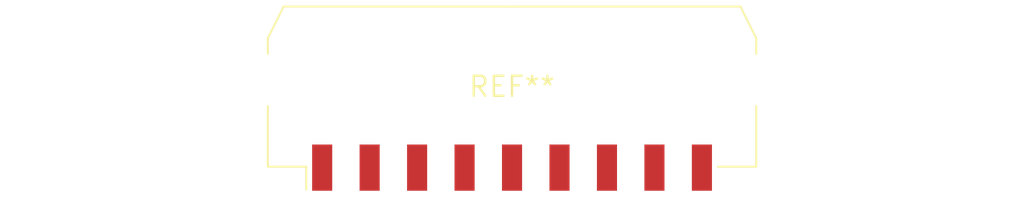
<source format=kicad_pcb>
(kicad_pcb (version 20240108) (generator pcbnew)
  (layers (0 "F.Cu" signal) (31 "B.Cu" signal) (34 "B.Paste" user) (35 "F.Paste" user) (36 "B.SilkS" user "B.Silkscreen") (37 "F.SilkS" user "F.Silkscreen") (38 "B.Mask" user) (39 "F.Mask" user) (44 "Edge.Cuts" user))
  (net 0 "")
  (footprint "Molex_Micro-Fit_3.0_43650-0910_1x09-1MP_P3.00mm_Horizontal" (layer "F.Cu") (at 0 0)
    (property "Reference" "REF**")
    (property "Value" "Molex_Micro-Fit_3.0_43650-0910_1x09-1MP_P3.00mm_Horizontal")
    (fp_line (start -15.435 -3.06) (end -15.435 -2.075) (layer "F.SilkS") (stroke (width 0.12)))
    (fp_line (start -15.435 1.225) (end -15.435 5.06) (layer "F.SilkS") (stroke (width 0.12)))
    (fp_line (start -15.435 5.06) (end -13.005 5.06) (layer "F.SilkS") (stroke (width 0.12)))
    (fp_line (start -14.435 -5.06) (end -15.435 -3.06) (layer "F.SilkS") (stroke (width 0.12)))
    (fp_line (start -13.005 5.06) (end -13.005 6.52) (layer "F.SilkS") (stroke (width 0.12)))
    (fp_line (start 0 -5.06) (end -14.435 -5.06) (layer "F.SilkS") (stroke (width 0.12)))
    (fp_line (start 0 -5.06) (end 14.435 -5.06) (layer "F.SilkS") (stroke (width 0.12)))
    (fp_line (start 14.435 -5.06) (end 15.435 -3.06) (layer "F.SilkS") (stroke (width 0.12)))
    (fp_line (start 15.435 -3.06) (end 15.435 -2.075) (layer "F.SilkS") (stroke (width 0.12)))
    (fp_line (start 15.435 1.225) (end 15.435 5.06) (layer "F.SilkS") (stroke (width 0.12)))
    (fp_line (start 15.435 5.06) (end 13.005 5.06) (layer "F.SilkS") (stroke (width 0.12)))
    (pad "1" smd rect (at -12 5.12) (size 1.27 2.92) (layers "F.Cu" "F.Paste" "F.Mask"))
    (pad "2" smd rect (at -9 5.12) (size 1.27 2.92) (layers "F.Cu" "F.Paste" "F.Mask"))
    (pad "3" smd rect (at -6 5.12) (size 1.27 2.92) (layers "F.Cu" "F.Paste" "F.Mask"))
    (pad "4" smd rect (at -3 5.12) (size 1.27 2.92) (layers "F.Cu" "F.Paste" "F.Mask"))
    (pad "5" smd rect (at 0 5.12) (size 1.27 2.92) (layers "F.Cu" "F.Paste" "F.Mask"))
    (pad "6" smd rect (at 3 5.12) (size 1.27 2.92) (layers "F.Cu" "F.Paste" "F.Mask"))
    (pad "7" smd rect (at 6 5.12) (size 1.27 2.92) (layers "F.Cu" "F.Paste" "F.Mask"))
    (pad "8" smd rect (at 9 5.12) (size 1.27 2.92) (layers "F.Cu" "F.Paste" "F.Mask"))
    (pad "9" smd rect (at 12 5.12) (size 1.27 2.92) (layers "F.Cu" "F.Paste" "F.Mask"))
    (pad "MP" thru_hole circle (at -14.15 -0.35) (size 2.71 2.71) (drill 2.41) (layers *.Cu *.Mask) (remove_unused_layers))
    (pad "MP" thru_hole circle (at 14.15 -0.35) (size 2.71 2.71) (drill 2.41) (layers *.Cu *.Mask) (remove_unused_layers))
  )
)
</source>
